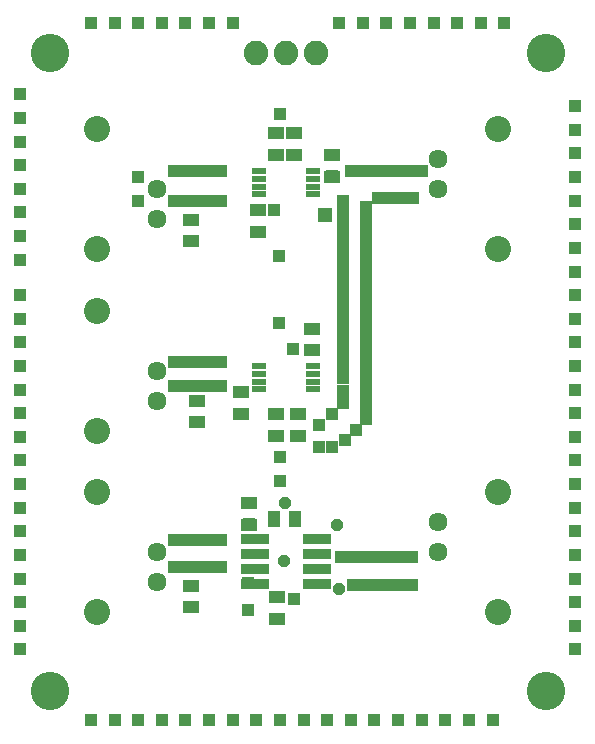
<source format=gts>
G75*
%MOIN*%
%OFA0B0*%
%FSLAX24Y24*%
%IPPOS*%
%LPD*%
%AMOC8*
5,1,8,0,0,1.08239X$1,22.5*
%
%ADD10R,0.0474X0.0237*%
%ADD11R,0.0950X0.0320*%
%ADD12C,0.0634*%
%ADD13C,0.0867*%
%ADD14R,0.0552X0.0395*%
%ADD15R,0.0395X0.0552*%
%ADD16C,0.1280*%
%ADD17C,0.0820*%
%ADD18R,0.0397X0.0397*%
%ADD19OC8,0.0397*%
%ADD20R,0.0476X0.0476*%
D10*
X016759Y011772D03*
X016759Y012028D03*
X016759Y012284D03*
X016759Y012540D03*
X018541Y012540D03*
X018541Y012284D03*
X018541Y012028D03*
X018541Y011772D03*
X018540Y018270D03*
X018540Y018526D03*
X018540Y018782D03*
X018540Y019038D03*
X016759Y019038D03*
X016759Y018782D03*
X016759Y018526D03*
X016759Y018270D03*
D11*
X016620Y006798D03*
X016620Y006298D03*
X016620Y005798D03*
X016620Y005298D03*
X018680Y005298D03*
X018680Y005798D03*
X018680Y006298D03*
X018680Y006798D03*
D12*
X022736Y006351D03*
X022736Y007351D03*
X013351Y006351D03*
X013351Y005351D03*
X013351Y011394D03*
X013351Y012394D03*
X013351Y017457D03*
X013351Y018457D03*
X022736Y018457D03*
X022736Y019457D03*
D13*
X024736Y020457D03*
X024736Y016457D03*
X024736Y008351D03*
X024736Y004351D03*
X011351Y004351D03*
X011351Y008351D03*
X011351Y010394D03*
X011351Y014394D03*
X011351Y016457D03*
X011351Y020457D03*
D14*
X014500Y017433D03*
X014500Y016725D03*
X016723Y017027D03*
X016723Y017736D03*
X019175Y018860D03*
X019175Y019569D03*
X017914Y019600D03*
X017314Y019600D03*
X017314Y020308D03*
X017914Y020308D03*
X018530Y013783D03*
X018530Y013074D03*
X016157Y011674D03*
X016157Y010966D03*
X017318Y010937D03*
X017318Y010229D03*
X018044Y010229D03*
X018044Y010937D03*
X014697Y010672D03*
X014697Y011381D03*
X016417Y007976D03*
X016417Y007267D03*
X014500Y005229D03*
X014500Y004520D03*
X017348Y004835D03*
X017348Y004126D03*
D15*
X017260Y007448D03*
X017969Y007448D03*
D16*
X009776Y001725D03*
X026311Y001725D03*
X026311Y022985D03*
X009776Y022985D03*
D17*
X016650Y022985D03*
X017650Y022985D03*
X018650Y022985D03*
D18*
X008792Y003103D03*
X008792Y003890D03*
X008792Y004678D03*
X008792Y005465D03*
X008792Y006252D03*
X008792Y007040D03*
X008792Y007827D03*
X008792Y008615D03*
X008792Y009402D03*
X008792Y010189D03*
X008792Y010977D03*
X008792Y011764D03*
X008792Y012552D03*
X008792Y013339D03*
X008792Y014126D03*
X008792Y014914D03*
X008792Y016095D03*
X008792Y016882D03*
X008792Y017670D03*
X008792Y018457D03*
X008792Y019244D03*
X008792Y020032D03*
X008792Y020819D03*
X008792Y021607D03*
X011154Y023969D03*
X011941Y023969D03*
X012729Y023969D03*
X013516Y023969D03*
X014303Y023969D03*
X015091Y023969D03*
X015878Y023969D03*
X019421Y023969D03*
X020209Y023969D03*
X020996Y023969D03*
X021784Y023969D03*
X022571Y023969D03*
X023359Y023969D03*
X024146Y023969D03*
X024933Y023969D03*
X027296Y021213D03*
X027296Y020426D03*
X027296Y019638D03*
X027296Y018851D03*
X027296Y018063D03*
X027296Y017276D03*
X027296Y016489D03*
X027296Y015701D03*
X027296Y014914D03*
X027296Y014126D03*
X027296Y013339D03*
X027296Y012552D03*
X027296Y011764D03*
X027296Y010977D03*
X027296Y010189D03*
X027296Y009402D03*
X027296Y008615D03*
X027296Y007827D03*
X027296Y007040D03*
X027296Y006252D03*
X027296Y005465D03*
X027296Y004678D03*
X027296Y003890D03*
X027296Y003103D03*
X024540Y000741D03*
X023752Y000741D03*
X022965Y000741D03*
X022177Y000741D03*
X021390Y000741D03*
X020603Y000741D03*
X019815Y000741D03*
X019028Y000741D03*
X018240Y000741D03*
X017453Y000741D03*
X016666Y000741D03*
X015878Y000741D03*
X015878Y000741D03*
X015091Y000741D03*
X014303Y000741D03*
X013516Y000741D03*
X012729Y000741D03*
X011941Y000741D03*
X011154Y000741D03*
X016390Y004402D03*
X016390Y005307D03*
X015484Y005859D03*
X015091Y005859D03*
X014697Y005859D03*
X014303Y005859D03*
X013910Y005859D03*
X013910Y006764D03*
X014303Y006764D03*
X014697Y006764D03*
X015091Y006764D03*
X015484Y006764D03*
X016429Y007276D03*
X017453Y008733D03*
X017453Y009520D03*
X018752Y009835D03*
X019185Y009835D03*
X019618Y010071D03*
X019973Y010426D03*
X020327Y010780D03*
X020327Y011174D03*
X020327Y011567D03*
X020327Y011961D03*
X020327Y012355D03*
X020327Y012748D03*
X020327Y013142D03*
X020327Y013536D03*
X020327Y013930D03*
X020327Y014323D03*
X020327Y014717D03*
X020327Y015111D03*
X020327Y015504D03*
X020327Y015898D03*
X020327Y016292D03*
X020327Y016685D03*
X020327Y017079D03*
X020327Y017473D03*
X020327Y017867D03*
X020721Y018142D03*
X021114Y018142D03*
X021508Y018142D03*
X021902Y018142D03*
X021784Y019048D03*
X022177Y019048D03*
X021390Y019048D03*
X020996Y019048D03*
X020603Y019048D03*
X020209Y019048D03*
X019815Y019048D03*
X019185Y018890D03*
X019540Y018063D03*
X019540Y017670D03*
X019540Y017276D03*
X019540Y016882D03*
X019540Y016489D03*
X019540Y016095D03*
X019540Y015701D03*
X019540Y015307D03*
X019540Y014914D03*
X019540Y014520D03*
X019540Y014126D03*
X019540Y013733D03*
X019540Y013339D03*
X019540Y012945D03*
X019540Y012552D03*
X019540Y012158D03*
X019540Y011725D03*
X019540Y011331D03*
X019185Y010937D03*
X018752Y010583D03*
X016154Y011685D03*
X015484Y011882D03*
X015091Y011882D03*
X014697Y011882D03*
X014303Y011882D03*
X013910Y011882D03*
X013910Y012670D03*
X014303Y012670D03*
X014697Y012670D03*
X015091Y012670D03*
X015484Y012670D03*
X017414Y013969D03*
X017886Y013103D03*
X017414Y016213D03*
X017256Y017748D03*
X015484Y018063D03*
X015091Y018063D03*
X014697Y018063D03*
X014303Y018063D03*
X013910Y018063D03*
X012729Y018063D03*
X012729Y018851D03*
X013910Y019048D03*
X014303Y019048D03*
X014697Y019048D03*
X015091Y019048D03*
X015484Y019048D03*
X017453Y020937D03*
X019500Y006174D03*
X019894Y006174D03*
X020288Y006174D03*
X020681Y006174D03*
X021075Y006174D03*
X021469Y006174D03*
X021862Y006174D03*
X021862Y005268D03*
X021469Y005268D03*
X021075Y005268D03*
X020681Y005268D03*
X020288Y005268D03*
X019894Y005268D03*
X017925Y004796D03*
D19*
X019421Y005111D03*
X017571Y006056D03*
X019343Y007237D03*
X017610Y007985D03*
D20*
X018949Y017591D03*
M02*

</source>
